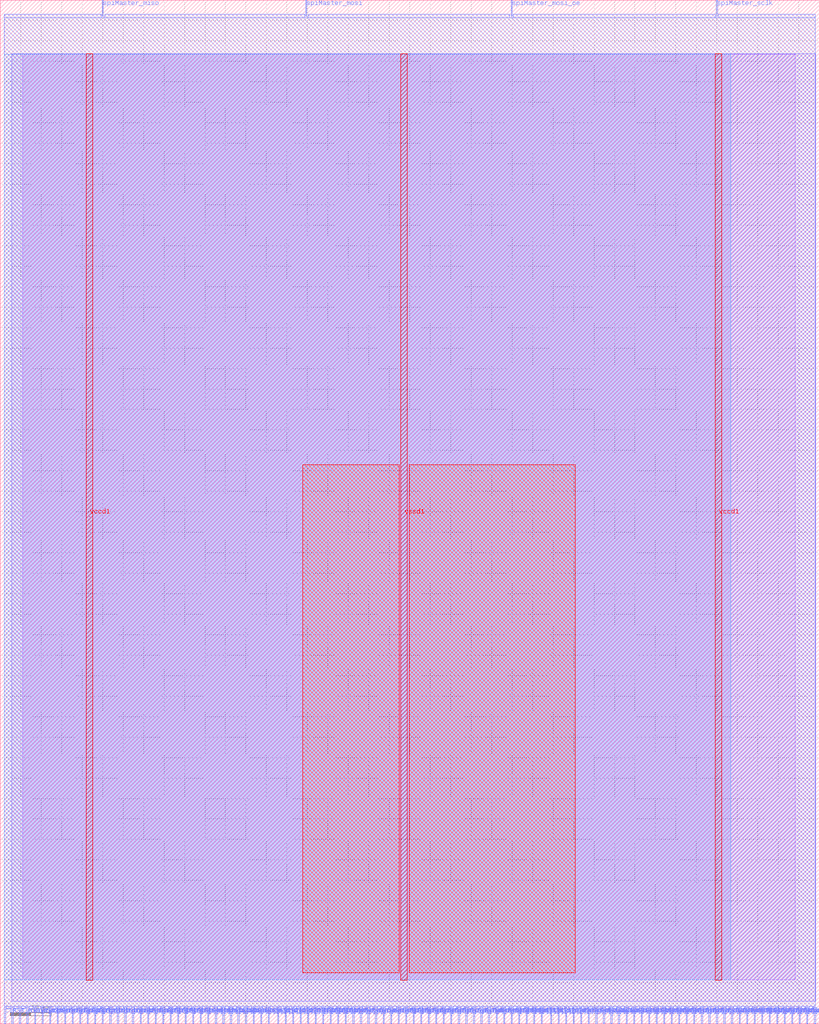
<source format=lef>
VERSION 5.7 ;
  NOWIREEXTENSIONATPIN ON ;
  DIVIDERCHAR "/" ;
  BUSBITCHARS "[]" ;
MACRO mkQF100SPI
  CLASS BLOCK ;
  FOREIGN mkQF100SPI ;
  ORIGIN 0.000 0.000 ;
  SIZE 200.000 BY 250.000 ;
  PIN CLK
    DIRECTION INPUT ;
    USE SIGNAL ;
    PORT
      LAYER met2 ;
        RECT 1.010 0.000 1.290 4.000 ;
    END
  END CLK
  PIN RST_N
    DIRECTION INPUT ;
    USE SIGNAL ;
    PORT
      LAYER met2 ;
        RECT 2.850 0.000 3.130 4.000 ;
    END
  END RST_N
  PIN slave_ack_o
    DIRECTION OUTPUT TRISTATE ;
    USE SIGNAL ;
    PORT
      LAYER met2 ;
        RECT 15.730 0.000 16.010 4.000 ;
    END
  END slave_ack_o
  PIN slave_adr_i[0]
    DIRECTION INPUT ;
    USE SIGNAL ;
    PORT
      LAYER met2 ;
        RECT 21.250 0.000 21.530 4.000 ;
    END
  END slave_adr_i[0]
  PIN slave_adr_i[10]
    DIRECTION INPUT ;
    USE SIGNAL ;
    PORT
      LAYER met2 ;
        RECT 39.650 0.000 39.930 4.000 ;
    END
  END slave_adr_i[10]
  PIN slave_adr_i[11]
    DIRECTION INPUT ;
    USE SIGNAL ;
    PORT
      LAYER met2 ;
        RECT 41.490 0.000 41.770 4.000 ;
    END
  END slave_adr_i[11]
  PIN slave_adr_i[12]
    DIRECTION INPUT ;
    USE SIGNAL ;
    PORT
      LAYER met2 ;
        RECT 43.330 0.000 43.610 4.000 ;
    END
  END slave_adr_i[12]
  PIN slave_adr_i[13]
    DIRECTION INPUT ;
    USE SIGNAL ;
    PORT
      LAYER met2 ;
        RECT 45.170 0.000 45.450 4.000 ;
    END
  END slave_adr_i[13]
  PIN slave_adr_i[14]
    DIRECTION INPUT ;
    USE SIGNAL ;
    PORT
      LAYER met2 ;
        RECT 47.010 0.000 47.290 4.000 ;
    END
  END slave_adr_i[14]
  PIN slave_adr_i[15]
    DIRECTION INPUT ;
    USE SIGNAL ;
    PORT
      LAYER met2 ;
        RECT 48.850 0.000 49.130 4.000 ;
    END
  END slave_adr_i[15]
  PIN slave_adr_i[16]
    DIRECTION INPUT ;
    USE SIGNAL ;
    PORT
      LAYER met2 ;
        RECT 50.690 0.000 50.970 4.000 ;
    END
  END slave_adr_i[16]
  PIN slave_adr_i[17]
    DIRECTION INPUT ;
    USE SIGNAL ;
    PORT
      LAYER met2 ;
        RECT 52.530 0.000 52.810 4.000 ;
    END
  END slave_adr_i[17]
  PIN slave_adr_i[18]
    DIRECTION INPUT ;
    USE SIGNAL ;
    PORT
      LAYER met2 ;
        RECT 54.370 0.000 54.650 4.000 ;
    END
  END slave_adr_i[18]
  PIN slave_adr_i[19]
    DIRECTION INPUT ;
    USE SIGNAL ;
    PORT
      LAYER met2 ;
        RECT 56.210 0.000 56.490 4.000 ;
    END
  END slave_adr_i[19]
  PIN slave_adr_i[1]
    DIRECTION INPUT ;
    USE SIGNAL ;
    PORT
      LAYER met2 ;
        RECT 23.090 0.000 23.370 4.000 ;
    END
  END slave_adr_i[1]
  PIN slave_adr_i[20]
    DIRECTION INPUT ;
    USE SIGNAL ;
    PORT
      LAYER met2 ;
        RECT 58.050 0.000 58.330 4.000 ;
    END
  END slave_adr_i[20]
  PIN slave_adr_i[21]
    DIRECTION INPUT ;
    USE SIGNAL ;
    PORT
      LAYER met2 ;
        RECT 59.890 0.000 60.170 4.000 ;
    END
  END slave_adr_i[21]
  PIN slave_adr_i[22]
    DIRECTION INPUT ;
    USE SIGNAL ;
    PORT
      LAYER met2 ;
        RECT 61.730 0.000 62.010 4.000 ;
    END
  END slave_adr_i[22]
  PIN slave_adr_i[23]
    DIRECTION INPUT ;
    USE SIGNAL ;
    PORT
      LAYER met2 ;
        RECT 63.570 0.000 63.850 4.000 ;
    END
  END slave_adr_i[23]
  PIN slave_adr_i[24]
    DIRECTION INPUT ;
    USE SIGNAL ;
    PORT
      LAYER met2 ;
        RECT 65.410 0.000 65.690 4.000 ;
    END
  END slave_adr_i[24]
  PIN slave_adr_i[25]
    DIRECTION INPUT ;
    USE SIGNAL ;
    PORT
      LAYER met2 ;
        RECT 67.710 0.000 67.990 4.000 ;
    END
  END slave_adr_i[25]
  PIN slave_adr_i[26]
    DIRECTION INPUT ;
    USE SIGNAL ;
    PORT
      LAYER met2 ;
        RECT 69.550 0.000 69.830 4.000 ;
    END
  END slave_adr_i[26]
  PIN slave_adr_i[27]
    DIRECTION INPUT ;
    USE SIGNAL ;
    PORT
      LAYER met2 ;
        RECT 71.390 0.000 71.670 4.000 ;
    END
  END slave_adr_i[27]
  PIN slave_adr_i[28]
    DIRECTION INPUT ;
    USE SIGNAL ;
    PORT
      LAYER met2 ;
        RECT 73.230 0.000 73.510 4.000 ;
    END
  END slave_adr_i[28]
  PIN slave_adr_i[29]
    DIRECTION INPUT ;
    USE SIGNAL ;
    PORT
      LAYER met2 ;
        RECT 75.070 0.000 75.350 4.000 ;
    END
  END slave_adr_i[29]
  PIN slave_adr_i[2]
    DIRECTION INPUT ;
    USE SIGNAL ;
    PORT
      LAYER met2 ;
        RECT 24.930 0.000 25.210 4.000 ;
    END
  END slave_adr_i[2]
  PIN slave_adr_i[30]
    DIRECTION INPUT ;
    USE SIGNAL ;
    PORT
      LAYER met2 ;
        RECT 76.910 0.000 77.190 4.000 ;
    END
  END slave_adr_i[30]
  PIN slave_adr_i[31]
    DIRECTION INPUT ;
    USE SIGNAL ;
    PORT
      LAYER met2 ;
        RECT 78.750 0.000 79.030 4.000 ;
    END
  END slave_adr_i[31]
  PIN slave_adr_i[3]
    DIRECTION INPUT ;
    USE SIGNAL ;
    PORT
      LAYER met2 ;
        RECT 26.770 0.000 27.050 4.000 ;
    END
  END slave_adr_i[3]
  PIN slave_adr_i[4]
    DIRECTION INPUT ;
    USE SIGNAL ;
    PORT
      LAYER met2 ;
        RECT 28.610 0.000 28.890 4.000 ;
    END
  END slave_adr_i[4]
  PIN slave_adr_i[5]
    DIRECTION INPUT ;
    USE SIGNAL ;
    PORT
      LAYER met2 ;
        RECT 30.450 0.000 30.730 4.000 ;
    END
  END slave_adr_i[5]
  PIN slave_adr_i[6]
    DIRECTION INPUT ;
    USE SIGNAL ;
    PORT
      LAYER met2 ;
        RECT 32.290 0.000 32.570 4.000 ;
    END
  END slave_adr_i[6]
  PIN slave_adr_i[7]
    DIRECTION INPUT ;
    USE SIGNAL ;
    PORT
      LAYER met2 ;
        RECT 34.130 0.000 34.410 4.000 ;
    END
  END slave_adr_i[7]
  PIN slave_adr_i[8]
    DIRECTION INPUT ;
    USE SIGNAL ;
    PORT
      LAYER met2 ;
        RECT 35.970 0.000 36.250 4.000 ;
    END
  END slave_adr_i[8]
  PIN slave_adr_i[9]
    DIRECTION INPUT ;
    USE SIGNAL ;
    PORT
      LAYER met2 ;
        RECT 37.810 0.000 38.090 4.000 ;
    END
  END slave_adr_i[9]
  PIN slave_cyc_i
    DIRECTION INPUT ;
    USE SIGNAL ;
    PORT
      LAYER met2 ;
        RECT 4.690 0.000 4.970 4.000 ;
    END
  END slave_cyc_i
  PIN slave_dat_i[0]
    DIRECTION INPUT ;
    USE SIGNAL ;
    PORT
      LAYER met2 ;
        RECT 80.590 0.000 80.870 4.000 ;
    END
  END slave_dat_i[0]
  PIN slave_dat_i[10]
    DIRECTION INPUT ;
    USE SIGNAL ;
    PORT
      LAYER met2 ;
        RECT 117.390 0.000 117.670 4.000 ;
    END
  END slave_dat_i[10]
  PIN slave_dat_i[11]
    DIRECTION INPUT ;
    USE SIGNAL ;
    PORT
      LAYER met2 ;
        RECT 121.070 0.000 121.350 4.000 ;
    END
  END slave_dat_i[11]
  PIN slave_dat_i[12]
    DIRECTION INPUT ;
    USE SIGNAL ;
    PORT
      LAYER met2 ;
        RECT 124.750 0.000 125.030 4.000 ;
    END
  END slave_dat_i[12]
  PIN slave_dat_i[13]
    DIRECTION INPUT ;
    USE SIGNAL ;
    PORT
      LAYER met2 ;
        RECT 128.430 0.000 128.710 4.000 ;
    END
  END slave_dat_i[13]
  PIN slave_dat_i[14]
    DIRECTION INPUT ;
    USE SIGNAL ;
    PORT
      LAYER met2 ;
        RECT 132.110 0.000 132.390 4.000 ;
    END
  END slave_dat_i[14]
  PIN slave_dat_i[15]
    DIRECTION INPUT ;
    USE SIGNAL ;
    PORT
      LAYER met2 ;
        RECT 136.250 0.000 136.530 4.000 ;
    END
  END slave_dat_i[15]
  PIN slave_dat_i[16]
    DIRECTION INPUT ;
    USE SIGNAL ;
    PORT
      LAYER met2 ;
        RECT 139.930 0.000 140.210 4.000 ;
    END
  END slave_dat_i[16]
  PIN slave_dat_i[17]
    DIRECTION INPUT ;
    USE SIGNAL ;
    PORT
      LAYER met2 ;
        RECT 143.610 0.000 143.890 4.000 ;
    END
  END slave_dat_i[17]
  PIN slave_dat_i[18]
    DIRECTION INPUT ;
    USE SIGNAL ;
    PORT
      LAYER met2 ;
        RECT 147.290 0.000 147.570 4.000 ;
    END
  END slave_dat_i[18]
  PIN slave_dat_i[19]
    DIRECTION INPUT ;
    USE SIGNAL ;
    PORT
      LAYER met2 ;
        RECT 150.970 0.000 151.250 4.000 ;
    END
  END slave_dat_i[19]
  PIN slave_dat_i[1]
    DIRECTION INPUT ;
    USE SIGNAL ;
    PORT
      LAYER met2 ;
        RECT 84.270 0.000 84.550 4.000 ;
    END
  END slave_dat_i[1]
  PIN slave_dat_i[20]
    DIRECTION INPUT ;
    USE SIGNAL ;
    PORT
      LAYER met2 ;
        RECT 154.650 0.000 154.930 4.000 ;
    END
  END slave_dat_i[20]
  PIN slave_dat_i[21]
    DIRECTION INPUT ;
    USE SIGNAL ;
    PORT
      LAYER met2 ;
        RECT 158.330 0.000 158.610 4.000 ;
    END
  END slave_dat_i[21]
  PIN slave_dat_i[22]
    DIRECTION INPUT ;
    USE SIGNAL ;
    PORT
      LAYER met2 ;
        RECT 162.010 0.000 162.290 4.000 ;
    END
  END slave_dat_i[22]
  PIN slave_dat_i[23]
    DIRECTION INPUT ;
    USE SIGNAL ;
    PORT
      LAYER met2 ;
        RECT 165.690 0.000 165.970 4.000 ;
    END
  END slave_dat_i[23]
  PIN slave_dat_i[24]
    DIRECTION INPUT ;
    USE SIGNAL ;
    PORT
      LAYER met2 ;
        RECT 169.370 0.000 169.650 4.000 ;
    END
  END slave_dat_i[24]
  PIN slave_dat_i[25]
    DIRECTION INPUT ;
    USE SIGNAL ;
    PORT
      LAYER met2 ;
        RECT 173.050 0.000 173.330 4.000 ;
    END
  END slave_dat_i[25]
  PIN slave_dat_i[26]
    DIRECTION INPUT ;
    USE SIGNAL ;
    PORT
      LAYER met2 ;
        RECT 176.730 0.000 177.010 4.000 ;
    END
  END slave_dat_i[26]
  PIN slave_dat_i[27]
    DIRECTION INPUT ;
    USE SIGNAL ;
    PORT
      LAYER met2 ;
        RECT 180.410 0.000 180.690 4.000 ;
    END
  END slave_dat_i[27]
  PIN slave_dat_i[28]
    DIRECTION INPUT ;
    USE SIGNAL ;
    PORT
      LAYER met2 ;
        RECT 184.090 0.000 184.370 4.000 ;
    END
  END slave_dat_i[28]
  PIN slave_dat_i[29]
    DIRECTION INPUT ;
    USE SIGNAL ;
    PORT
      LAYER met2 ;
        RECT 187.770 0.000 188.050 4.000 ;
    END
  END slave_dat_i[29]
  PIN slave_dat_i[2]
    DIRECTION INPUT ;
    USE SIGNAL ;
    PORT
      LAYER met2 ;
        RECT 87.950 0.000 88.230 4.000 ;
    END
  END slave_dat_i[2]
  PIN slave_dat_i[30]
    DIRECTION INPUT ;
    USE SIGNAL ;
    PORT
      LAYER met2 ;
        RECT 191.450 0.000 191.730 4.000 ;
    END
  END slave_dat_i[30]
  PIN slave_dat_i[31]
    DIRECTION INPUT ;
    USE SIGNAL ;
    PORT
      LAYER met2 ;
        RECT 195.130 0.000 195.410 4.000 ;
    END
  END slave_dat_i[31]
  PIN slave_dat_i[3]
    DIRECTION INPUT ;
    USE SIGNAL ;
    PORT
      LAYER met2 ;
        RECT 91.630 0.000 91.910 4.000 ;
    END
  END slave_dat_i[3]
  PIN slave_dat_i[4]
    DIRECTION INPUT ;
    USE SIGNAL ;
    PORT
      LAYER met2 ;
        RECT 95.310 0.000 95.590 4.000 ;
    END
  END slave_dat_i[4]
  PIN slave_dat_i[5]
    DIRECTION INPUT ;
    USE SIGNAL ;
    PORT
      LAYER met2 ;
        RECT 98.990 0.000 99.270 4.000 ;
    END
  END slave_dat_i[5]
  PIN slave_dat_i[6]
    DIRECTION INPUT ;
    USE SIGNAL ;
    PORT
      LAYER met2 ;
        RECT 102.670 0.000 102.950 4.000 ;
    END
  END slave_dat_i[6]
  PIN slave_dat_i[7]
    DIRECTION INPUT ;
    USE SIGNAL ;
    PORT
      LAYER met2 ;
        RECT 106.350 0.000 106.630 4.000 ;
    END
  END slave_dat_i[7]
  PIN slave_dat_i[8]
    DIRECTION INPUT ;
    USE SIGNAL ;
    PORT
      LAYER met2 ;
        RECT 110.030 0.000 110.310 4.000 ;
    END
  END slave_dat_i[8]
  PIN slave_dat_i[9]
    DIRECTION INPUT ;
    USE SIGNAL ;
    PORT
      LAYER met2 ;
        RECT 113.710 0.000 113.990 4.000 ;
    END
  END slave_dat_i[9]
  PIN slave_dat_o[0]
    DIRECTION OUTPUT TRISTATE ;
    USE SIGNAL ;
    PORT
      LAYER met2 ;
        RECT 82.430 0.000 82.710 4.000 ;
    END
  END slave_dat_o[0]
  PIN slave_dat_o[10]
    DIRECTION OUTPUT TRISTATE ;
    USE SIGNAL ;
    PORT
      LAYER met2 ;
        RECT 119.230 0.000 119.510 4.000 ;
    END
  END slave_dat_o[10]
  PIN slave_dat_o[11]
    DIRECTION OUTPUT TRISTATE ;
    USE SIGNAL ;
    PORT
      LAYER met2 ;
        RECT 122.910 0.000 123.190 4.000 ;
    END
  END slave_dat_o[11]
  PIN slave_dat_o[12]
    DIRECTION OUTPUT TRISTATE ;
    USE SIGNAL ;
    PORT
      LAYER met2 ;
        RECT 126.590 0.000 126.870 4.000 ;
    END
  END slave_dat_o[12]
  PIN slave_dat_o[13]
    DIRECTION OUTPUT TRISTATE ;
    USE SIGNAL ;
    PORT
      LAYER met2 ;
        RECT 130.270 0.000 130.550 4.000 ;
    END
  END slave_dat_o[13]
  PIN slave_dat_o[14]
    DIRECTION OUTPUT TRISTATE ;
    USE SIGNAL ;
    PORT
      LAYER met2 ;
        RECT 134.410 0.000 134.690 4.000 ;
    END
  END slave_dat_o[14]
  PIN slave_dat_o[15]
    DIRECTION OUTPUT TRISTATE ;
    USE SIGNAL ;
    PORT
      LAYER met2 ;
        RECT 138.090 0.000 138.370 4.000 ;
    END
  END slave_dat_o[15]
  PIN slave_dat_o[16]
    DIRECTION OUTPUT TRISTATE ;
    USE SIGNAL ;
    PORT
      LAYER met2 ;
        RECT 141.770 0.000 142.050 4.000 ;
    END
  END slave_dat_o[16]
  PIN slave_dat_o[17]
    DIRECTION OUTPUT TRISTATE ;
    USE SIGNAL ;
    PORT
      LAYER met2 ;
        RECT 145.450 0.000 145.730 4.000 ;
    END
  END slave_dat_o[17]
  PIN slave_dat_o[18]
    DIRECTION OUTPUT TRISTATE ;
    USE SIGNAL ;
    PORT
      LAYER met2 ;
        RECT 149.130 0.000 149.410 4.000 ;
    END
  END slave_dat_o[18]
  PIN slave_dat_o[19]
    DIRECTION OUTPUT TRISTATE ;
    USE SIGNAL ;
    PORT
      LAYER met2 ;
        RECT 152.810 0.000 153.090 4.000 ;
    END
  END slave_dat_o[19]
  PIN slave_dat_o[1]
    DIRECTION OUTPUT TRISTATE ;
    USE SIGNAL ;
    PORT
      LAYER met2 ;
        RECT 86.110 0.000 86.390 4.000 ;
    END
  END slave_dat_o[1]
  PIN slave_dat_o[20]
    DIRECTION OUTPUT TRISTATE ;
    USE SIGNAL ;
    PORT
      LAYER met2 ;
        RECT 156.490 0.000 156.770 4.000 ;
    END
  END slave_dat_o[20]
  PIN slave_dat_o[21]
    DIRECTION OUTPUT TRISTATE ;
    USE SIGNAL ;
    PORT
      LAYER met2 ;
        RECT 160.170 0.000 160.450 4.000 ;
    END
  END slave_dat_o[21]
  PIN slave_dat_o[22]
    DIRECTION OUTPUT TRISTATE ;
    USE SIGNAL ;
    PORT
      LAYER met2 ;
        RECT 163.850 0.000 164.130 4.000 ;
    END
  END slave_dat_o[22]
  PIN slave_dat_o[23]
    DIRECTION OUTPUT TRISTATE ;
    USE SIGNAL ;
    PORT
      LAYER met2 ;
        RECT 167.530 0.000 167.810 4.000 ;
    END
  END slave_dat_o[23]
  PIN slave_dat_o[24]
    DIRECTION OUTPUT TRISTATE ;
    USE SIGNAL ;
    PORT
      LAYER met2 ;
        RECT 171.210 0.000 171.490 4.000 ;
    END
  END slave_dat_o[24]
  PIN slave_dat_o[25]
    DIRECTION OUTPUT TRISTATE ;
    USE SIGNAL ;
    PORT
      LAYER met2 ;
        RECT 174.890 0.000 175.170 4.000 ;
    END
  END slave_dat_o[25]
  PIN slave_dat_o[26]
    DIRECTION OUTPUT TRISTATE ;
    USE SIGNAL ;
    PORT
      LAYER met2 ;
        RECT 178.570 0.000 178.850 4.000 ;
    END
  END slave_dat_o[26]
  PIN slave_dat_o[27]
    DIRECTION OUTPUT TRISTATE ;
    USE SIGNAL ;
    PORT
      LAYER met2 ;
        RECT 182.250 0.000 182.530 4.000 ;
    END
  END slave_dat_o[27]
  PIN slave_dat_o[28]
    DIRECTION OUTPUT TRISTATE ;
    USE SIGNAL ;
    PORT
      LAYER met2 ;
        RECT 185.930 0.000 186.210 4.000 ;
    END
  END slave_dat_o[28]
  PIN slave_dat_o[29]
    DIRECTION OUTPUT TRISTATE ;
    USE SIGNAL ;
    PORT
      LAYER met2 ;
        RECT 189.610 0.000 189.890 4.000 ;
    END
  END slave_dat_o[29]
  PIN slave_dat_o[2]
    DIRECTION OUTPUT TRISTATE ;
    USE SIGNAL ;
    PORT
      LAYER met2 ;
        RECT 89.790 0.000 90.070 4.000 ;
    END
  END slave_dat_o[2]
  PIN slave_dat_o[30]
    DIRECTION OUTPUT TRISTATE ;
    USE SIGNAL ;
    PORT
      LAYER met2 ;
        RECT 193.290 0.000 193.570 4.000 ;
    END
  END slave_dat_o[30]
  PIN slave_dat_o[31]
    DIRECTION OUTPUT TRISTATE ;
    USE SIGNAL ;
    PORT
      LAYER met2 ;
        RECT 196.970 0.000 197.250 4.000 ;
    END
  END slave_dat_o[31]
  PIN slave_dat_o[3]
    DIRECTION OUTPUT TRISTATE ;
    USE SIGNAL ;
    PORT
      LAYER met2 ;
        RECT 93.470 0.000 93.750 4.000 ;
    END
  END slave_dat_o[3]
  PIN slave_dat_o[4]
    DIRECTION OUTPUT TRISTATE ;
    USE SIGNAL ;
    PORT
      LAYER met2 ;
        RECT 97.150 0.000 97.430 4.000 ;
    END
  END slave_dat_o[4]
  PIN slave_dat_o[5]
    DIRECTION OUTPUT TRISTATE ;
    USE SIGNAL ;
    PORT
      LAYER met2 ;
        RECT 100.830 0.000 101.110 4.000 ;
    END
  END slave_dat_o[5]
  PIN slave_dat_o[6]
    DIRECTION OUTPUT TRISTATE ;
    USE SIGNAL ;
    PORT
      LAYER met2 ;
        RECT 104.510 0.000 104.790 4.000 ;
    END
  END slave_dat_o[6]
  PIN slave_dat_o[7]
    DIRECTION OUTPUT TRISTATE ;
    USE SIGNAL ;
    PORT
      LAYER met2 ;
        RECT 108.190 0.000 108.470 4.000 ;
    END
  END slave_dat_o[7]
  PIN slave_dat_o[8]
    DIRECTION OUTPUT TRISTATE ;
    USE SIGNAL ;
    PORT
      LAYER met2 ;
        RECT 111.870 0.000 112.150 4.000 ;
    END
  END slave_dat_o[8]
  PIN slave_dat_o[9]
    DIRECTION OUTPUT TRISTATE ;
    USE SIGNAL ;
    PORT
      LAYER met2 ;
        RECT 115.550 0.000 115.830 4.000 ;
    END
  END slave_dat_o[9]
  PIN slave_err_o
    DIRECTION OUTPUT TRISTATE ;
    USE SIGNAL ;
    PORT
      LAYER met2 ;
        RECT 17.570 0.000 17.850 4.000 ;
    END
  END slave_err_o
  PIN slave_rty_o
    DIRECTION OUTPUT TRISTATE ;
    USE SIGNAL ;
    PORT
      LAYER met2 ;
        RECT 19.410 0.000 19.690 4.000 ;
    END
  END slave_rty_o
  PIN slave_sel_i[0]
    DIRECTION INPUT ;
    USE SIGNAL ;
    PORT
      LAYER met2 ;
        RECT 8.370 0.000 8.650 4.000 ;
    END
  END slave_sel_i[0]
  PIN slave_sel_i[1]
    DIRECTION INPUT ;
    USE SIGNAL ;
    PORT
      LAYER met2 ;
        RECT 10.210 0.000 10.490 4.000 ;
    END
  END slave_sel_i[1]
  PIN slave_sel_i[2]
    DIRECTION INPUT ;
    USE SIGNAL ;
    PORT
      LAYER met2 ;
        RECT 12.050 0.000 12.330 4.000 ;
    END
  END slave_sel_i[2]
  PIN slave_sel_i[3]
    DIRECTION INPUT ;
    USE SIGNAL ;
    PORT
      LAYER met2 ;
        RECT 13.890 0.000 14.170 4.000 ;
    END
  END slave_sel_i[3]
  PIN slave_stb_i
    DIRECTION INPUT ;
    USE SIGNAL ;
    PORT
      LAYER met2 ;
        RECT 6.530 0.000 6.810 4.000 ;
    END
  END slave_stb_i
  PIN slave_we_i
    DIRECTION INPUT ;
    USE SIGNAL ;
    PORT
      LAYER met2 ;
        RECT 198.810 0.000 199.090 4.000 ;
    END
  END slave_we_i
  PIN spiMaster_miso
    DIRECTION INPUT ;
    USE SIGNAL ;
    PORT
      LAYER met2 ;
        RECT 24.930 246.000 25.210 250.000 ;
    END
  END spiMaster_miso
  PIN spiMaster_mosi
    DIRECTION OUTPUT TRISTATE ;
    USE SIGNAL ;
    PORT
      LAYER met2 ;
        RECT 74.610 246.000 74.890 250.000 ;
    END
  END spiMaster_mosi
  PIN spiMaster_mosi_oe
    DIRECTION OUTPUT TRISTATE ;
    USE SIGNAL ;
    PORT
      LAYER met2 ;
        RECT 124.750 246.000 125.030 250.000 ;
    END
  END spiMaster_mosi_oe
  PIN spiMaster_sclk
    DIRECTION OUTPUT TRISTATE ;
    USE SIGNAL ;
    PORT
      LAYER met2 ;
        RECT 174.890 246.000 175.170 250.000 ;
    END
  END spiMaster_sclk
  PIN vccd1
    DIRECTION INPUT ;
    USE POWER ;
    PORT
      LAYER met4 ;
        RECT 21.040 10.640 22.640 236.880 ;
    END
    PORT
      LAYER met4 ;
        RECT 174.640 10.640 176.240 236.880 ;
    END
  END vccd1
  PIN vssd1
    DIRECTION INPUT ;
    USE GROUND ;
    PORT
      LAYER met4 ;
        RECT 97.840 10.640 99.440 236.880 ;
    END
  END vssd1
  OBS
      LAYER li1 ;
        RECT 5.520 10.795 194.120 236.725 ;
      LAYER met1 ;
        RECT 2.830 5.480 199.110 236.880 ;
      LAYER met2 ;
        RECT 1.010 245.720 24.650 246.570 ;
        RECT 25.490 245.720 74.330 246.570 ;
        RECT 75.170 245.720 124.470 246.570 ;
        RECT 125.310 245.720 174.610 246.570 ;
        RECT 175.450 245.720 199.080 246.570 ;
        RECT 1.010 4.280 199.080 245.720 ;
        RECT 1.570 3.670 2.570 4.280 ;
        RECT 3.410 3.670 4.410 4.280 ;
        RECT 5.250 3.670 6.250 4.280 ;
        RECT 7.090 3.670 8.090 4.280 ;
        RECT 8.930 3.670 9.930 4.280 ;
        RECT 10.770 3.670 11.770 4.280 ;
        RECT 12.610 3.670 13.610 4.280 ;
        RECT 14.450 3.670 15.450 4.280 ;
        RECT 16.290 3.670 17.290 4.280 ;
        RECT 18.130 3.670 19.130 4.280 ;
        RECT 19.970 3.670 20.970 4.280 ;
        RECT 21.810 3.670 22.810 4.280 ;
        RECT 23.650 3.670 24.650 4.280 ;
        RECT 25.490 3.670 26.490 4.280 ;
        RECT 27.330 3.670 28.330 4.280 ;
        RECT 29.170 3.670 30.170 4.280 ;
        RECT 31.010 3.670 32.010 4.280 ;
        RECT 32.850 3.670 33.850 4.280 ;
        RECT 34.690 3.670 35.690 4.280 ;
        RECT 36.530 3.670 37.530 4.280 ;
        RECT 38.370 3.670 39.370 4.280 ;
        RECT 40.210 3.670 41.210 4.280 ;
        RECT 42.050 3.670 43.050 4.280 ;
        RECT 43.890 3.670 44.890 4.280 ;
        RECT 45.730 3.670 46.730 4.280 ;
        RECT 47.570 3.670 48.570 4.280 ;
        RECT 49.410 3.670 50.410 4.280 ;
        RECT 51.250 3.670 52.250 4.280 ;
        RECT 53.090 3.670 54.090 4.280 ;
        RECT 54.930 3.670 55.930 4.280 ;
        RECT 56.770 3.670 57.770 4.280 ;
        RECT 58.610 3.670 59.610 4.280 ;
        RECT 60.450 3.670 61.450 4.280 ;
        RECT 62.290 3.670 63.290 4.280 ;
        RECT 64.130 3.670 65.130 4.280 ;
        RECT 65.970 3.670 67.430 4.280 ;
        RECT 68.270 3.670 69.270 4.280 ;
        RECT 70.110 3.670 71.110 4.280 ;
        RECT 71.950 3.670 72.950 4.280 ;
        RECT 73.790 3.670 74.790 4.280 ;
        RECT 75.630 3.670 76.630 4.280 ;
        RECT 77.470 3.670 78.470 4.280 ;
        RECT 79.310 3.670 80.310 4.280 ;
        RECT 81.150 3.670 82.150 4.280 ;
        RECT 82.990 3.670 83.990 4.280 ;
        RECT 84.830 3.670 85.830 4.280 ;
        RECT 86.670 3.670 87.670 4.280 ;
        RECT 88.510 3.670 89.510 4.280 ;
        RECT 90.350 3.670 91.350 4.280 ;
        RECT 92.190 3.670 93.190 4.280 ;
        RECT 94.030 3.670 95.030 4.280 ;
        RECT 95.870 3.670 96.870 4.280 ;
        RECT 97.710 3.670 98.710 4.280 ;
        RECT 99.550 3.670 100.550 4.280 ;
        RECT 101.390 3.670 102.390 4.280 ;
        RECT 103.230 3.670 104.230 4.280 ;
        RECT 105.070 3.670 106.070 4.280 ;
        RECT 106.910 3.670 107.910 4.280 ;
        RECT 108.750 3.670 109.750 4.280 ;
        RECT 110.590 3.670 111.590 4.280 ;
        RECT 112.430 3.670 113.430 4.280 ;
        RECT 114.270 3.670 115.270 4.280 ;
        RECT 116.110 3.670 117.110 4.280 ;
        RECT 117.950 3.670 118.950 4.280 ;
        RECT 119.790 3.670 120.790 4.280 ;
        RECT 121.630 3.670 122.630 4.280 ;
        RECT 123.470 3.670 124.470 4.280 ;
        RECT 125.310 3.670 126.310 4.280 ;
        RECT 127.150 3.670 128.150 4.280 ;
        RECT 128.990 3.670 129.990 4.280 ;
        RECT 130.830 3.670 131.830 4.280 ;
        RECT 132.670 3.670 134.130 4.280 ;
        RECT 134.970 3.670 135.970 4.280 ;
        RECT 136.810 3.670 137.810 4.280 ;
        RECT 138.650 3.670 139.650 4.280 ;
        RECT 140.490 3.670 141.490 4.280 ;
        RECT 142.330 3.670 143.330 4.280 ;
        RECT 144.170 3.670 145.170 4.280 ;
        RECT 146.010 3.670 147.010 4.280 ;
        RECT 147.850 3.670 148.850 4.280 ;
        RECT 149.690 3.670 150.690 4.280 ;
        RECT 151.530 3.670 152.530 4.280 ;
        RECT 153.370 3.670 154.370 4.280 ;
        RECT 155.210 3.670 156.210 4.280 ;
        RECT 157.050 3.670 158.050 4.280 ;
        RECT 158.890 3.670 159.890 4.280 ;
        RECT 160.730 3.670 161.730 4.280 ;
        RECT 162.570 3.670 163.570 4.280 ;
        RECT 164.410 3.670 165.410 4.280 ;
        RECT 166.250 3.670 167.250 4.280 ;
        RECT 168.090 3.670 169.090 4.280 ;
        RECT 169.930 3.670 170.930 4.280 ;
        RECT 171.770 3.670 172.770 4.280 ;
        RECT 173.610 3.670 174.610 4.280 ;
        RECT 175.450 3.670 176.450 4.280 ;
        RECT 177.290 3.670 178.290 4.280 ;
        RECT 179.130 3.670 180.130 4.280 ;
        RECT 180.970 3.670 181.970 4.280 ;
        RECT 182.810 3.670 183.810 4.280 ;
        RECT 184.650 3.670 185.650 4.280 ;
        RECT 186.490 3.670 187.490 4.280 ;
        RECT 188.330 3.670 189.330 4.280 ;
        RECT 190.170 3.670 191.170 4.280 ;
        RECT 192.010 3.670 193.010 4.280 ;
        RECT 193.850 3.670 194.850 4.280 ;
        RECT 195.690 3.670 196.690 4.280 ;
        RECT 197.530 3.670 198.530 4.280 ;
      LAYER met3 ;
        RECT 0.985 10.715 178.415 236.805 ;
      LAYER met4 ;
        RECT 73.895 12.415 97.440 136.505 ;
        RECT 99.840 12.415 140.465 136.505 ;
  END
END mkQF100SPI
END LIBRARY


</source>
